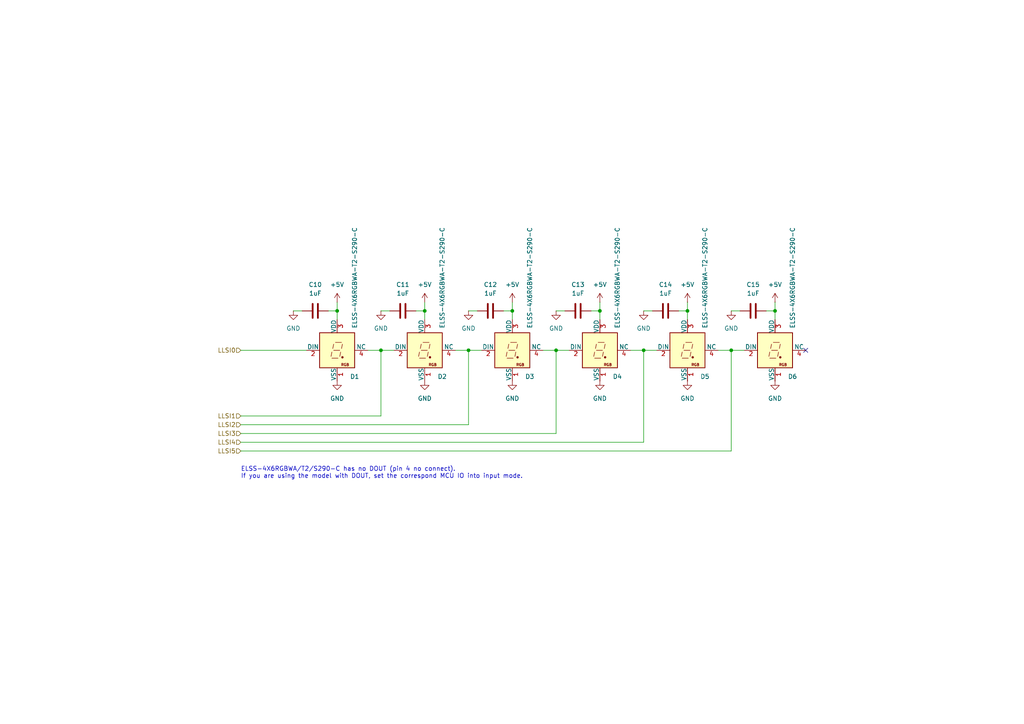
<source format=kicad_sch>
(kicad_sch
	(version 20231120)
	(generator "eeschema")
	(generator_version "8.0")
	(uuid "61dfc1e3-8804-4dc1-a7f0-f449bb616878")
	(paper "A4")
	(title_block
		(title "Nuvoton NUC1263 LLSI clock.")
		(date "2025-03-21")
		(rev "1.0")
		(company "DANCHOUZHOU")
		(comment 1 "Copyright © Danny Chou, all rights reserved.")
		(comment 2 "https://github.com/danchouzhou/LLSIClock")
	)
	(lib_symbols
		(symbol "Device:C"
			(pin_numbers hide)
			(pin_names
				(offset 0.254)
			)
			(exclude_from_sim no)
			(in_bom yes)
			(on_board yes)
			(property "Reference" "C"
				(at 0.635 2.54 0)
				(effects
					(font
						(size 1.27 1.27)
					)
					(justify left)
				)
			)
			(property "Value" "C"
				(at 0.635 -2.54 0)
				(effects
					(font
						(size 1.27 1.27)
					)
					(justify left)
				)
			)
			(property "Footprint" ""
				(at 0.9652 -3.81 0)
				(effects
					(font
						(size 1.27 1.27)
					)
					(hide yes)
				)
			)
			(property "Datasheet" "~"
				(at 0 0 0)
				(effects
					(font
						(size 1.27 1.27)
					)
					(hide yes)
				)
			)
			(property "Description" "Unpolarized capacitor"
				(at 0 0 0)
				(effects
					(font
						(size 1.27 1.27)
					)
					(hide yes)
				)
			)
			(property "ki_keywords" "cap capacitor"
				(at 0 0 0)
				(effects
					(font
						(size 1.27 1.27)
					)
					(hide yes)
				)
			)
			(property "ki_fp_filters" "C_*"
				(at 0 0 0)
				(effects
					(font
						(size 1.27 1.27)
					)
					(hide yes)
				)
			)
			(symbol "C_0_1"
				(polyline
					(pts
						(xy -2.032 -0.762) (xy 2.032 -0.762)
					)
					(stroke
						(width 0.508)
						(type default)
					)
					(fill
						(type none)
					)
				)
				(polyline
					(pts
						(xy -2.032 0.762) (xy 2.032 0.762)
					)
					(stroke
						(width 0.508)
						(type default)
					)
					(fill
						(type none)
					)
				)
			)
			(symbol "C_1_1"
				(pin passive line
					(at 0 3.81 270)
					(length 2.794)
					(name "~"
						(effects
							(font
								(size 1.27 1.27)
							)
						)
					)
					(number "1"
						(effects
							(font
								(size 1.27 1.27)
							)
						)
					)
				)
				(pin passive line
					(at 0 -3.81 90)
					(length 2.794)
					(name "~"
						(effects
							(font
								(size 1.27 1.27)
							)
						)
					)
					(number "2"
						(effects
							(font
								(size 1.27 1.27)
							)
						)
					)
				)
			)
		)
		(symbol "ELSS-4X6RGBWA-T2-S290-C:ELSS-4X6RGBWA-T2-S290-C"
			(pin_names
				(offset 0)
			)
			(exclude_from_sim no)
			(in_bom yes)
			(on_board yes)
			(property "Reference" "D"
				(at 2.54 8.89 0)
				(effects
					(font
						(size 1.27 1.27)
					)
					(justify left)
				)
			)
			(property "Value" "ELSS-4X6RGBWA-T2-S290-C"
				(at 2.54 6.35 0)
				(effects
					(font
						(size 1.27 1.27)
					)
					(justify left)
				)
			)
			(property "Footprint" ""
				(at 1.27 -7.62 0)
				(effects
					(font
						(size 1.27 1.27)
					)
					(justify left top)
					(hide yes)
				)
			)
			(property "Datasheet" ""
				(at 2.54 -9.525 0)
				(effects
					(font
						(size 1.27 1.27)
					)
					(justify left top)
					(hide yes)
				)
			)
			(property "Description" ""
				(at 0 0 0)
				(effects
					(font
						(size 1.27 1.27)
					)
					(hide yes)
				)
			)
			(property "ki_keywords" "RGB LED NeoPixel addressable"
				(at 0 0 0)
				(effects
					(font
						(size 1.27 1.27)
					)
					(hide yes)
				)
			)
			(property "ki_fp_filters" "LED*IN-PI554FCH*PLCC*5.0x5.0mm*P3.2mm*"
				(at 0 0 0)
				(effects
					(font
						(size 1.27 1.27)
					)
					(hide yes)
				)
			)
			(symbol "ELSS-4X6RGBWA-T2-S290-C_0_0"
				(text "RGB"
					(at 2.286 -4.191 0)
					(effects
						(font
							(size 0.762 0.762)
						)
					)
				)
			)
			(symbol "ELSS-4X6RGBWA-T2-S290-C_0_1"
				(rectangle
					(start -5.08 5.08)
					(end 5.08 -5.08)
					(stroke
						(width 0.254)
						(type default)
					)
					(fill
						(type background)
					)
				)
			)
			(symbol "ELSS-4X6RGBWA-T2-S290-C_1_1"
				(polyline
					(pts
						(xy -1.524 -2.286) (xy 0.254 -2.286)
					)
					(stroke
						(width 0)
						(type default)
					)
					(fill
						(type none)
					)
				)
				(polyline
					(pts
						(xy -1.524 -0.508) (xy -1.778 -1.778)
					)
					(stroke
						(width 0)
						(type default)
					)
					(fill
						(type none)
					)
				)
				(polyline
					(pts
						(xy -1.016 0) (xy 0.762 0)
					)
					(stroke
						(width 0)
						(type default)
					)
					(fill
						(type none)
					)
				)
				(polyline
					(pts
						(xy -1.016 1.778) (xy -1.27 0.508)
					)
					(stroke
						(width 0)
						(type default)
					)
					(fill
						(type none)
					)
				)
				(polyline
					(pts
						(xy -0.508 2.286) (xy 1.27 2.286)
					)
					(stroke
						(width 0)
						(type default)
					)
					(fill
						(type none)
					)
				)
				(polyline
					(pts
						(xy 1.016 -0.508) (xy 0.762 -1.778)
					)
					(stroke
						(width 0)
						(type default)
					)
					(fill
						(type none)
					)
				)
				(polyline
					(pts
						(xy 1.524 1.778) (xy 1.27 0.508)
					)
					(stroke
						(width 0)
						(type default)
					)
					(fill
						(type none)
					)
				)
				(circle
					(center 1.524 -2.032)
					(radius 0.254)
					(stroke
						(width 0)
						(type default)
					)
					(fill
						(type outline)
					)
				)
				(pin power_in line
					(at 0 -8.89 90)
					(length 3.81)
					(name "VSS"
						(effects
							(font
								(size 1.27 1.27)
							)
						)
					)
					(number "1"
						(effects
							(font
								(size 1.27 1.27)
							)
						)
					)
				)
				(pin input line
					(at -8.89 0 0)
					(length 3.81)
					(name "DIN"
						(effects
							(font
								(size 1.27 1.27)
							)
						)
					)
					(number "2"
						(effects
							(font
								(size 1.27 1.27)
							)
						)
					)
				)
				(pin power_in line
					(at 0 8.89 270)
					(length 3.81)
					(name "VDD"
						(effects
							(font
								(size 1.27 1.27)
							)
						)
					)
					(number "3"
						(effects
							(font
								(size 1.27 1.27)
							)
						)
					)
				)
				(pin output line
					(at 8.89 0 180)
					(length 3.81)
					(name "NC"
						(effects
							(font
								(size 1.27 1.27)
							)
						)
					)
					(number "4"
						(effects
							(font
								(size 1.27 1.27)
							)
						)
					)
				)
			)
		)
		(symbol "power:+5V"
			(power)
			(pin_numbers hide)
			(pin_names
				(offset 0) hide)
			(exclude_from_sim no)
			(in_bom yes)
			(on_board yes)
			(property "Reference" "#PWR"
				(at 0 -3.81 0)
				(effects
					(font
						(size 1.27 1.27)
					)
					(hide yes)
				)
			)
			(property "Value" "+5V"
				(at 0 3.556 0)
				(effects
					(font
						(size 1.27 1.27)
					)
				)
			)
			(property "Footprint" ""
				(at 0 0 0)
				(effects
					(font
						(size 1.27 1.27)
					)
					(hide yes)
				)
			)
			(property "Datasheet" ""
				(at 0 0 0)
				(effects
					(font
						(size 1.27 1.27)
					)
					(hide yes)
				)
			)
			(property "Description" "Power symbol creates a global label with name \"+5V\""
				(at 0 0 0)
				(effects
					(font
						(size 1.27 1.27)
					)
					(hide yes)
				)
			)
			(property "ki_keywords" "global power"
				(at 0 0 0)
				(effects
					(font
						(size 1.27 1.27)
					)
					(hide yes)
				)
			)
			(symbol "+5V_0_1"
				(polyline
					(pts
						(xy -0.762 1.27) (xy 0 2.54)
					)
					(stroke
						(width 0)
						(type default)
					)
					(fill
						(type none)
					)
				)
				(polyline
					(pts
						(xy 0 0) (xy 0 2.54)
					)
					(stroke
						(width 0)
						(type default)
					)
					(fill
						(type none)
					)
				)
				(polyline
					(pts
						(xy 0 2.54) (xy 0.762 1.27)
					)
					(stroke
						(width 0)
						(type default)
					)
					(fill
						(type none)
					)
				)
			)
			(symbol "+5V_1_1"
				(pin power_in line
					(at 0 0 90)
					(length 0)
					(name "~"
						(effects
							(font
								(size 1.27 1.27)
							)
						)
					)
					(number "1"
						(effects
							(font
								(size 1.27 1.27)
							)
						)
					)
				)
			)
		)
		(symbol "power:GND"
			(power)
			(pin_numbers hide)
			(pin_names
				(offset 0) hide)
			(exclude_from_sim no)
			(in_bom yes)
			(on_board yes)
			(property "Reference" "#PWR"
				(at 0 -6.35 0)
				(effects
					(font
						(size 1.27 1.27)
					)
					(hide yes)
				)
			)
			(property "Value" "GND"
				(at 0 -3.81 0)
				(effects
					(font
						(size 1.27 1.27)
					)
				)
			)
			(property "Footprint" ""
				(at 0 0 0)
				(effects
					(font
						(size 1.27 1.27)
					)
					(hide yes)
				)
			)
			(property "Datasheet" ""
				(at 0 0 0)
				(effects
					(font
						(size 1.27 1.27)
					)
					(hide yes)
				)
			)
			(property "Description" "Power symbol creates a global label with name \"GND\" , ground"
				(at 0 0 0)
				(effects
					(font
						(size 1.27 1.27)
					)
					(hide yes)
				)
			)
			(property "ki_keywords" "global power"
				(at 0 0 0)
				(effects
					(font
						(size 1.27 1.27)
					)
					(hide yes)
				)
			)
			(symbol "GND_0_1"
				(polyline
					(pts
						(xy 0 0) (xy 0 -1.27) (xy 1.27 -1.27) (xy 0 -2.54) (xy -1.27 -1.27) (xy 0 -1.27)
					)
					(stroke
						(width 0)
						(type default)
					)
					(fill
						(type none)
					)
				)
			)
			(symbol "GND_1_1"
				(pin power_in line
					(at 0 0 270)
					(length 0)
					(name "~"
						(effects
							(font
								(size 1.27 1.27)
							)
						)
					)
					(number "1"
						(effects
							(font
								(size 1.27 1.27)
							)
						)
					)
				)
			)
		)
	)
	(junction
		(at 161.29 101.6)
		(diameter 0)
		(color 0 0 0 0)
		(uuid "0111c199-678f-4cd0-9c1e-05ee4063dfca")
	)
	(junction
		(at 135.89 101.6)
		(diameter 0)
		(color 0 0 0 0)
		(uuid "0a644097-db08-470f-bb5f-9fff02b3d5a6")
	)
	(junction
		(at 173.99 90.17)
		(diameter 0)
		(color 0 0 0 0)
		(uuid "1d1ad6dc-e896-404a-8fe8-14e24d655e7e")
	)
	(junction
		(at 97.79 90.17)
		(diameter 0)
		(color 0 0 0 0)
		(uuid "25fc019f-6cd7-4fd1-adc9-9626b8a9bcc0")
	)
	(junction
		(at 110.49 101.6)
		(diameter 0)
		(color 0 0 0 0)
		(uuid "33f93974-9bd2-4ff5-8226-9f3c29d3ea19")
	)
	(junction
		(at 186.69 101.6)
		(diameter 0)
		(color 0 0 0 0)
		(uuid "420cde53-dde4-4cf9-89a8-70c7d6ffe361")
	)
	(junction
		(at 199.39 90.17)
		(diameter 0)
		(color 0 0 0 0)
		(uuid "65b6629b-3585-476d-b530-8cdc21ae6a71")
	)
	(junction
		(at 148.59 90.17)
		(diameter 0)
		(color 0 0 0 0)
		(uuid "6fde8c25-ab22-4507-9672-d236c099a669")
	)
	(junction
		(at 224.79 90.17)
		(diameter 0)
		(color 0 0 0 0)
		(uuid "736475ed-8d09-43ce-8cd5-beedc869245f")
	)
	(junction
		(at 123.19 90.17)
		(diameter 0)
		(color 0 0 0 0)
		(uuid "d90942d5-fdb5-43e4-8d40-29a3e7b16dcd")
	)
	(junction
		(at 212.09 101.6)
		(diameter 0)
		(color 0 0 0 0)
		(uuid "f05fe4f3-b281-4c35-8700-125b22188275")
	)
	(no_connect
		(at 233.68 101.6)
		(uuid "ffb01698-903b-4635-9a4e-0f0064483dfa")
	)
	(wire
		(pts
			(xy 95.25 90.17) (xy 97.79 90.17)
		)
		(stroke
			(width 0)
			(type default)
		)
		(uuid "01874194-dbed-4aac-a5bb-eaafa26f78e4")
	)
	(wire
		(pts
			(xy 146.05 90.17) (xy 148.59 90.17)
		)
		(stroke
			(width 0)
			(type default)
		)
		(uuid "01ff0efa-28c4-48e3-89b0-7d4cd8e2162d")
	)
	(wire
		(pts
			(xy 157.48 101.6) (xy 161.29 101.6)
		)
		(stroke
			(width 0)
			(type default)
		)
		(uuid "0262e6d4-4de0-4146-a75a-4b8cba8f03be")
	)
	(wire
		(pts
			(xy 135.89 123.19) (xy 135.89 101.6)
		)
		(stroke
			(width 0)
			(type default)
		)
		(uuid "03220e27-5d15-4d5b-b6c6-d31edd9243de")
	)
	(wire
		(pts
			(xy 69.85 130.81) (xy 212.09 130.81)
		)
		(stroke
			(width 0)
			(type default)
		)
		(uuid "045529f2-8620-4e10-a825-42b64a0767bd")
	)
	(wire
		(pts
			(xy 173.99 87.63) (xy 173.99 90.17)
		)
		(stroke
			(width 0)
			(type default)
		)
		(uuid "062e8c8c-704b-4f9c-96ae-dad788ca3a45")
	)
	(wire
		(pts
			(xy 123.19 90.17) (xy 123.19 92.71)
		)
		(stroke
			(width 0)
			(type default)
		)
		(uuid "06adf89e-d7f4-49fb-abea-48344fa226b3")
	)
	(wire
		(pts
			(xy 173.99 90.17) (xy 173.99 92.71)
		)
		(stroke
			(width 0)
			(type default)
		)
		(uuid "0dd8464e-c712-4cda-9df3-c6bfffe7858c")
	)
	(wire
		(pts
			(xy 161.29 90.17) (xy 163.83 90.17)
		)
		(stroke
			(width 0)
			(type default)
		)
		(uuid "0df12125-c1fc-4f1d-9ad7-7eda0904b86c")
	)
	(wire
		(pts
			(xy 224.79 87.63) (xy 224.79 90.17)
		)
		(stroke
			(width 0)
			(type default)
		)
		(uuid "19fe7689-affd-4027-b74f-ff44669b46ba")
	)
	(wire
		(pts
			(xy 222.25 90.17) (xy 224.79 90.17)
		)
		(stroke
			(width 0)
			(type default)
		)
		(uuid "1ae58f6d-d838-4014-a758-d9bb4c7d65cd")
	)
	(wire
		(pts
			(xy 212.09 130.81) (xy 212.09 101.6)
		)
		(stroke
			(width 0)
			(type default)
		)
		(uuid "204301c2-ec3d-4237-a2a1-20ae220e6c9e")
	)
	(wire
		(pts
			(xy 110.49 101.6) (xy 114.3 101.6)
		)
		(stroke
			(width 0)
			(type default)
		)
		(uuid "2c4936fb-afa6-4555-9ed5-51982f0eb6e5")
	)
	(wire
		(pts
			(xy 123.19 87.63) (xy 123.19 90.17)
		)
		(stroke
			(width 0)
			(type default)
		)
		(uuid "2ca6d972-8a0b-46d7-8c82-cc59d18afc09")
	)
	(wire
		(pts
			(xy 186.69 101.6) (xy 190.5 101.6)
		)
		(stroke
			(width 0)
			(type default)
		)
		(uuid "33a2b691-e0f4-4bdb-9bc1-a6a67ec84519")
	)
	(wire
		(pts
			(xy 208.28 101.6) (xy 212.09 101.6)
		)
		(stroke
			(width 0)
			(type default)
		)
		(uuid "38ae9f7e-35e7-44ab-a4bf-db0560bafb14")
	)
	(wire
		(pts
			(xy 186.69 128.27) (xy 186.69 101.6)
		)
		(stroke
			(width 0)
			(type default)
		)
		(uuid "3c4a808b-44c5-49d6-b892-edba6a91a9ba")
	)
	(wire
		(pts
			(xy 135.89 101.6) (xy 139.7 101.6)
		)
		(stroke
			(width 0)
			(type default)
		)
		(uuid "421336ee-8f6b-48c5-8838-640977b10a3b")
	)
	(wire
		(pts
			(xy 120.65 90.17) (xy 123.19 90.17)
		)
		(stroke
			(width 0)
			(type default)
		)
		(uuid "44d05c7d-edd5-408f-b6b7-8e90dfed8f6a")
	)
	(wire
		(pts
			(xy 186.69 90.17) (xy 189.23 90.17)
		)
		(stroke
			(width 0)
			(type default)
		)
		(uuid "4a0f42ef-059c-41a9-a1e9-6b922073c4d3")
	)
	(wire
		(pts
			(xy 69.85 101.6) (xy 88.9 101.6)
		)
		(stroke
			(width 0)
			(type default)
		)
		(uuid "4f64f3f9-598c-4c6a-9e51-c315f71adc22")
	)
	(wire
		(pts
			(xy 196.85 90.17) (xy 199.39 90.17)
		)
		(stroke
			(width 0)
			(type default)
		)
		(uuid "59f715a6-1bc9-4d32-943a-c5805af5a58a")
	)
	(wire
		(pts
			(xy 97.79 90.17) (xy 97.79 92.71)
		)
		(stroke
			(width 0)
			(type default)
		)
		(uuid "5a5ee21d-223c-4289-9e3c-c4ab75f0c57a")
	)
	(wire
		(pts
			(xy 85.09 90.17) (xy 87.63 90.17)
		)
		(stroke
			(width 0)
			(type default)
		)
		(uuid "60ad832b-c087-431d-b0c8-c37ebc0fdf8c")
	)
	(wire
		(pts
			(xy 224.79 90.17) (xy 224.79 92.71)
		)
		(stroke
			(width 0)
			(type default)
		)
		(uuid "60f3506d-9cd3-42f6-a0c4-65d87a35613c")
	)
	(wire
		(pts
			(xy 148.59 90.17) (xy 148.59 92.71)
		)
		(stroke
			(width 0)
			(type default)
		)
		(uuid "6a5b820b-4739-4fb5-beb1-0b1dff7176da")
	)
	(wire
		(pts
			(xy 148.59 87.63) (xy 148.59 90.17)
		)
		(stroke
			(width 0)
			(type default)
		)
		(uuid "6d40088a-c8a6-4b97-a64a-ce94fee50019")
	)
	(wire
		(pts
			(xy 132.08 101.6) (xy 135.89 101.6)
		)
		(stroke
			(width 0)
			(type default)
		)
		(uuid "716d99f5-d3aa-44eb-9fa8-af3044274efe")
	)
	(wire
		(pts
			(xy 135.89 90.17) (xy 138.43 90.17)
		)
		(stroke
			(width 0)
			(type default)
		)
		(uuid "804d9aaa-7bb8-4fdd-9f8f-4be54aa19f24")
	)
	(wire
		(pts
			(xy 212.09 90.17) (xy 214.63 90.17)
		)
		(stroke
			(width 0)
			(type default)
		)
		(uuid "81c37437-4fd1-4d1c-8c26-5337a113409e")
	)
	(wire
		(pts
			(xy 69.85 128.27) (xy 186.69 128.27)
		)
		(stroke
			(width 0)
			(type default)
		)
		(uuid "84339b9a-077a-4c3a-ab9b-3be48fefc09b")
	)
	(wire
		(pts
			(xy 106.68 101.6) (xy 110.49 101.6)
		)
		(stroke
			(width 0)
			(type default)
		)
		(uuid "854148c0-ab74-4f52-908e-fb358c077781")
	)
	(wire
		(pts
			(xy 171.45 90.17) (xy 173.99 90.17)
		)
		(stroke
			(width 0)
			(type default)
		)
		(uuid "8ab4521a-c620-40b0-94d5-9d1f18ac1e3a")
	)
	(wire
		(pts
			(xy 212.09 101.6) (xy 215.9 101.6)
		)
		(stroke
			(width 0)
			(type default)
		)
		(uuid "8b0eddd2-1009-41e3-be77-75b0dc3ab4ed")
	)
	(wire
		(pts
			(xy 199.39 87.63) (xy 199.39 90.17)
		)
		(stroke
			(width 0)
			(type default)
		)
		(uuid "8c4ee51e-2ccd-49c0-917b-5805f05a4bee")
	)
	(wire
		(pts
			(xy 161.29 125.73) (xy 161.29 101.6)
		)
		(stroke
			(width 0)
			(type default)
		)
		(uuid "9c1c7aa9-bb05-44fe-b071-fa54ce4c97c0")
	)
	(wire
		(pts
			(xy 69.85 123.19) (xy 135.89 123.19)
		)
		(stroke
			(width 0)
			(type default)
		)
		(uuid "a35c50f6-3a63-4cff-bdf2-8c8d7e543be7")
	)
	(wire
		(pts
			(xy 110.49 90.17) (xy 113.03 90.17)
		)
		(stroke
			(width 0)
			(type default)
		)
		(uuid "a84d091e-b1ae-4811-a3b3-d51251fb9b00")
	)
	(wire
		(pts
			(xy 199.39 90.17) (xy 199.39 92.71)
		)
		(stroke
			(width 0)
			(type default)
		)
		(uuid "b22e07d4-3287-4887-ae58-fc7aabdecc42")
	)
	(wire
		(pts
			(xy 161.29 101.6) (xy 165.1 101.6)
		)
		(stroke
			(width 0)
			(type default)
		)
		(uuid "b4492798-84ee-4251-9461-2c9ac079db67")
	)
	(wire
		(pts
			(xy 69.85 120.65) (xy 110.49 120.65)
		)
		(stroke
			(width 0)
			(type default)
		)
		(uuid "b4a3115a-e52a-46a4-9c52-653f6772376e")
	)
	(wire
		(pts
			(xy 69.85 125.73) (xy 161.29 125.73)
		)
		(stroke
			(width 0)
			(type default)
		)
		(uuid "c92f7253-f647-42aa-b537-d205451ed0e8")
	)
	(wire
		(pts
			(xy 110.49 120.65) (xy 110.49 101.6)
		)
		(stroke
			(width 0)
			(type default)
		)
		(uuid "d171b869-ee3f-4531-bf23-98f7ea43c396")
	)
	(wire
		(pts
			(xy 97.79 87.63) (xy 97.79 90.17)
		)
		(stroke
			(width 0)
			(type default)
		)
		(uuid "e2dcd772-d39e-4dae-baed-ec9a0d9b3b93")
	)
	(wire
		(pts
			(xy 182.88 101.6) (xy 186.69 101.6)
		)
		(stroke
			(width 0)
			(type default)
		)
		(uuid "e7b95a22-e082-4b2e-ab45-b9a2cefd70d0")
	)
	(text "ELSS-4X6RGBWA/T2/S290-C has no DOUT (pin 4 no connect).\nIf you are using the model with DOUT, set the correspond MCU IO into input mode."
		(exclude_from_sim no)
		(at 69.85 137.16 0)
		(effects
			(font
				(size 1.27 1.27)
			)
			(justify left)
		)
		(uuid "75a9a34d-5d7d-4eba-b98c-f02e11b3cab1")
	)
	(hierarchical_label "LLSI3"
		(shape input)
		(at 69.85 125.73 180)
		(effects
			(font
				(size 1.27 1.27)
			)
			(justify right)
		)
		(uuid "414c387e-3ddd-49c2-a603-bda47d6cffb4")
	)
	(hierarchical_label "LLSI5"
		(shape input)
		(at 69.85 130.81 180)
		(effects
			(font
				(size 1.27 1.27)
			)
			(justify right)
		)
		(uuid "44e2c0b9-bc97-4c02-8465-7624e9bf9a9a")
	)
	(hierarchical_label "LLSI1"
		(shape input)
		(at 69.85 120.65 180)
		(effects
			(font
				(size 1.27 1.27)
			)
			(justify right)
		)
		(uuid "65a3a07f-b243-4607-85a0-2db127227f72")
	)
	(hierarchical_label "LLSI2"
		(shape input)
		(at 69.85 123.19 180)
		(effects
			(font
				(size 1.27 1.27)
			)
			(justify right)
		)
		(uuid "8fd2d21a-0ca4-4da6-91d2-747724b01b76")
	)
	(hierarchical_label "LLSI0"
		(shape input)
		(at 69.85 101.6 180)
		(effects
			(font
				(size 1.27 1.27)
			)
			(justify right)
		)
		(uuid "a8fc39fb-3643-433b-aa64-0a1b2ff4715d")
	)
	(hierarchical_label "LLSI4"
		(shape input)
		(at 69.85 128.27 180)
		(effects
			(font
				(size 1.27 1.27)
			)
			(justify right)
		)
		(uuid "bb371a7d-d432-477d-89e6-e968ddd752ea")
	)
	(symbol
		(lib_id "power:GND")
		(at 135.89 90.17 0)
		(unit 1)
		(exclude_from_sim no)
		(in_bom yes)
		(on_board yes)
		(dnp no)
		(fields_autoplaced yes)
		(uuid "047bb734-a67b-4afc-a395-4aed8532f56f")
		(property "Reference" "#PWR28"
			(at 135.89 96.52 0)
			(effects
				(font
					(size 1.27 1.27)
				)
				(hide yes)
			)
		)
		(property "Value" "GND"
			(at 135.89 95.25 0)
			(effects
				(font
					(size 1.27 1.27)
				)
			)
		)
		(property "Footprint" ""
			(at 135.89 90.17 0)
			(effects
				(font
					(size 1.27 1.27)
				)
				(hide yes)
			)
		)
		(property "Datasheet" ""
			(at 135.89 90.17 0)
			(effects
				(font
					(size 1.27 1.27)
				)
				(hide yes)
			)
		)
		(property "Description" "Power symbol creates a global label with name \"GND\" , ground"
			(at 135.89 90.17 0)
			(effects
				(font
					(size 1.27 1.27)
				)
				(hide yes)
			)
		)
		(pin "1"
			(uuid "9337835c-c207-4788-9af8-fc6e187035d7")
		)
		(instances
			(project "LLSIClock"
				(path "/dee024b0-ad7b-404a-8e7d-4d3093bb2ca0/016e026d-6bff-4f79-8397-4786f87c07c5"
					(reference "#PWR28")
					(unit 1)
				)
			)
		)
	)
	(symbol
		(lib_id "power:GND")
		(at 212.09 90.17 0)
		(unit 1)
		(exclude_from_sim no)
		(in_bom yes)
		(on_board yes)
		(dnp no)
		(fields_autoplaced yes)
		(uuid "0d75f60e-3b03-42fd-a765-b40d7468c2e6")
		(property "Reference" "#PWR37"
			(at 212.09 96.52 0)
			(effects
				(font
					(size 1.27 1.27)
				)
				(hide yes)
			)
		)
		(property "Value" "GND"
			(at 212.09 95.25 0)
			(effects
				(font
					(size 1.27 1.27)
				)
			)
		)
		(property "Footprint" ""
			(at 212.09 90.17 0)
			(effects
				(font
					(size 1.27 1.27)
				)
				(hide yes)
			)
		)
		(property "Datasheet" ""
			(at 212.09 90.17 0)
			(effects
				(font
					(size 1.27 1.27)
				)
				(hide yes)
			)
		)
		(property "Description" "Power symbol creates a global label with name \"GND\" , ground"
			(at 212.09 90.17 0)
			(effects
				(font
					(size 1.27 1.27)
				)
				(hide yes)
			)
		)
		(pin "1"
			(uuid "03de225f-ef99-4a58-b3c8-9b48ad2f68b9")
		)
		(instances
			(project "LLSIClock"
				(path "/dee024b0-ad7b-404a-8e7d-4d3093bb2ca0/016e026d-6bff-4f79-8397-4786f87c07c5"
					(reference "#PWR37")
					(unit 1)
				)
			)
		)
	)
	(symbol
		(lib_id "power:GND")
		(at 97.79 110.49 0)
		(unit 1)
		(exclude_from_sim no)
		(in_bom yes)
		(on_board yes)
		(dnp no)
		(fields_autoplaced yes)
		(uuid "141fe7e5-bc75-4083-a780-c6e520bda19c")
		(property "Reference" "#PWR24"
			(at 97.79 116.84 0)
			(effects
				(font
					(size 1.27 1.27)
				)
				(hide yes)
			)
		)
		(property "Value" "GND"
			(at 97.79 115.57 0)
			(effects
				(font
					(size 1.27 1.27)
				)
			)
		)
		(property "Footprint" ""
			(at 97.79 110.49 0)
			(effects
				(font
					(size 1.27 1.27)
				)
				(hide yes)
			)
		)
		(property "Datasheet" ""
			(at 97.79 110.49 0)
			(effects
				(font
					(size 1.27 1.27)
				)
				(hide yes)
			)
		)
		(property "Description" "Power symbol creates a global label with name \"GND\" , ground"
			(at 97.79 110.49 0)
			(effects
				(font
					(size 1.27 1.27)
				)
				(hide yes)
			)
		)
		(pin "1"
			(uuid "e2145947-d6f7-4fd5-9d53-629cc7a5024b")
		)
		(instances
			(project "LLSIClock"
				(path "/dee024b0-ad7b-404a-8e7d-4d3093bb2ca0/016e026d-6bff-4f79-8397-4786f87c07c5"
					(reference "#PWR24")
					(unit 1)
				)
			)
		)
	)
	(symbol
		(lib_id "power:+5V")
		(at 199.39 87.63 0)
		(unit 1)
		(exclude_from_sim no)
		(in_bom yes)
		(on_board yes)
		(dnp no)
		(fields_autoplaced yes)
		(uuid "2715987b-9411-496a-bd59-b7112877056c")
		(property "Reference" "#PWR35"
			(at 199.39 91.44 0)
			(effects
				(font
					(size 1.27 1.27)
				)
				(hide yes)
			)
		)
		(property "Value" "+5V"
			(at 199.39 82.55 0)
			(effects
				(font
					(size 1.27 1.27)
				)
			)
		)
		(property "Footprint" ""
			(at 199.39 87.63 0)
			(effects
				(font
					(size 1.27 1.27)
				)
				(hide yes)
			)
		)
		(property "Datasheet" ""
			(at 199.39 87.63 0)
			(effects
				(font
					(size 1.27 1.27)
				)
				(hide yes)
			)
		)
		(property "Description" "Power symbol creates a global label with name \"+5V\""
			(at 199.39 87.63 0)
			(effects
				(font
					(size 1.27 1.27)
				)
				(hide yes)
			)
		)
		(pin "1"
			(uuid "32bebbcb-8b63-4935-92f9-4811564859ae")
		)
		(instances
			(project "LLSIClock"
				(path "/dee024b0-ad7b-404a-8e7d-4d3093bb2ca0/016e026d-6bff-4f79-8397-4786f87c07c5"
					(reference "#PWR35")
					(unit 1)
				)
			)
		)
	)
	(symbol
		(lib_id "Device:C")
		(at 193.04 90.17 90)
		(unit 1)
		(exclude_from_sim no)
		(in_bom yes)
		(on_board yes)
		(dnp no)
		(fields_autoplaced yes)
		(uuid "2c150da7-755c-401a-ba1f-7ab602d2651c")
		(property "Reference" "C14"
			(at 193.04 82.55 90)
			(effects
				(font
					(size 1.27 1.27)
				)
			)
		)
		(property "Value" "1uF"
			(at 193.04 85.09 90)
			(effects
				(font
					(size 1.27 1.27)
				)
			)
		)
		(property "Footprint" "Capacitor_SMD:C_0805_2012Metric"
			(at 196.85 89.2048 0)
			(effects
				(font
					(size 1.27 1.27)
				)
				(hide yes)
			)
		)
		(property "Datasheet" "~"
			(at 193.04 90.17 0)
			(effects
				(font
					(size 1.27 1.27)
				)
				(hide yes)
			)
		)
		(property "Description" "Unpolarized capacitor"
			(at 193.04 90.17 0)
			(effects
				(font
					(size 1.27 1.27)
				)
				(hide yes)
			)
		)
		(pin "2"
			(uuid "6cd53b34-6584-49fd-bc82-aad6947552a0")
		)
		(pin "1"
			(uuid "5fd87898-2117-481b-89f2-506cc3fb2b92")
		)
		(instances
			(project "LLSIClock"
				(path "/dee024b0-ad7b-404a-8e7d-4d3093bb2ca0/016e026d-6bff-4f79-8397-4786f87c07c5"
					(reference "C14")
					(unit 1)
				)
			)
		)
	)
	(symbol
		(lib_id "ELSS-4X6RGBWA-T2-S290-C:ELSS-4X6RGBWA-T2-S290-C")
		(at 148.59 101.6 0)
		(unit 1)
		(exclude_from_sim no)
		(in_bom yes)
		(on_board yes)
		(dnp no)
		(uuid "2d4aaa97-a0a1-424a-b29e-5c60aad136a3")
		(property "Reference" "D3"
			(at 153.67 109.22 0)
			(effects
				(font
					(size 1.27 1.27)
				)
			)
		)
		(property "Value" "ELSS-4X6RGBWA-T2-S290-C"
			(at 153.67 95.25 90)
			(effects
				(font
					(size 1.27 1.27)
				)
				(justify left)
			)
		)
		(property "Footprint" "kicad:ELSS-4X6RGBWA-T2-S290-C"
			(at 149.86 109.22 0)
			(effects
				(font
					(size 1.27 1.27)
				)
				(justify left top)
				(hide yes)
			)
		)
		(property "Datasheet" ""
			(at 151.13 111.125 0)
			(effects
				(font
					(size 1.27 1.27)
				)
				(justify left top)
				(hide yes)
			)
		)
		(property "Description" ""
			(at 148.59 101.6 0)
			(effects
				(font
					(size 1.27 1.27)
				)
				(hide yes)
			)
		)
		(pin "1"
			(uuid "63306d36-0795-440a-ae0e-833adee80660")
		)
		(pin "4"
			(uuid "ca6ba074-01fd-4158-8bf0-eafa5d7cdbf1")
		)
		(pin "3"
			(uuid "cd092631-4cda-4a9c-afc8-f2d5d9fd42cd")
		)
		(pin "2"
			(uuid "33380e56-d48d-411c-8465-e5270f0e2a15")
		)
		(instances
			(project "LLSIClock"
				(path "/dee024b0-ad7b-404a-8e7d-4d3093bb2ca0/016e026d-6bff-4f79-8397-4786f87c07c5"
					(reference "D3")
					(unit 1)
				)
			)
		)
	)
	(symbol
		(lib_id "power:GND")
		(at 186.69 90.17 0)
		(unit 1)
		(exclude_from_sim no)
		(in_bom yes)
		(on_board yes)
		(dnp no)
		(fields_autoplaced yes)
		(uuid "40f7d041-1dc0-4fac-a161-71d9f0780484")
		(property "Reference" "#PWR34"
			(at 186.69 96.52 0)
			(effects
				(font
					(size 1.27 1.27)
				)
				(hide yes)
			)
		)
		(property "Value" "GND"
			(at 186.69 95.25 0)
			(effects
				(font
					(size 1.27 1.27)
				)
			)
		)
		(property "Footprint" ""
			(at 186.69 90.17 0)
			(effects
				(font
					(size 1.27 1.27)
				)
				(hide yes)
			)
		)
		(property "Datasheet" ""
			(at 186.69 90.17 0)
			(effects
				(font
					(size 1.27 1.27)
				)
				(hide yes)
			)
		)
		(property "Description" "Power symbol creates a global label with name \"GND\" , ground"
			(at 186.69 90.17 0)
			(effects
				(font
					(size 1.27 1.27)
				)
				(hide yes)
			)
		)
		(pin "1"
			(uuid "2158b550-cb7a-4374-be93-8850fb047599")
		)
		(instances
			(project "LLSIClock"
				(path "/dee024b0-ad7b-404a-8e7d-4d3093bb2ca0/016e026d-6bff-4f79-8397-4786f87c07c5"
					(reference "#PWR34")
					(unit 1)
				)
			)
		)
	)
	(symbol
		(lib_id "power:GND")
		(at 224.79 110.49 0)
		(unit 1)
		(exclude_from_sim no)
		(in_bom yes)
		(on_board yes)
		(dnp no)
		(fields_autoplaced yes)
		(uuid "430ba1f6-7985-4daa-a7e4-9357069208e1")
		(property "Reference" "#PWR39"
			(at 224.79 116.84 0)
			(effects
				(font
					(size 1.27 1.27)
				)
				(hide yes)
			)
		)
		(property "Value" "GND"
			(at 224.79 115.57 0)
			(effects
				(font
					(size 1.27 1.27)
				)
			)
		)
		(property "Footprint" ""
			(at 224.79 110.49 0)
			(effects
				(font
					(size 1.27 1.27)
				)
				(hide yes)
			)
		)
		(property "Datasheet" ""
			(at 224.79 110.49 0)
			(effects
				(font
					(size 1.27 1.27)
				)
				(hide yes)
			)
		)
		(property "Description" "Power symbol creates a global label with name \"GND\" , ground"
			(at 224.79 110.49 0)
			(effects
				(font
					(size 1.27 1.27)
				)
				(hide yes)
			)
		)
		(pin "1"
			(uuid "a3ba4885-a3a2-47fd-a4ba-6f293ec3df9c")
		)
		(instances
			(project "LLSIClock"
				(path "/dee024b0-ad7b-404a-8e7d-4d3093bb2ca0/016e026d-6bff-4f79-8397-4786f87c07c5"
					(reference "#PWR39")
					(unit 1)
				)
			)
		)
	)
	(symbol
		(lib_id "Device:C")
		(at 116.84 90.17 90)
		(unit 1)
		(exclude_from_sim no)
		(in_bom yes)
		(on_board yes)
		(dnp no)
		(fields_autoplaced yes)
		(uuid "4ebcbbab-a8c3-47f6-8e2f-05930f91ddae")
		(property "Reference" "C11"
			(at 116.84 82.55 90)
			(effects
				(font
					(size 1.27 1.27)
				)
			)
		)
		(property "Value" "1uF"
			(at 116.84 85.09 90)
			(effects
				(font
					(size 1.27 1.27)
				)
			)
		)
		(property "Footprint" "Capacitor_SMD:C_0805_2012Metric"
			(at 120.65 89.2048 0)
			(effects
				(font
					(size 1.27 1.27)
				)
				(hide yes)
			)
		)
		(property "Datasheet" "~"
			(at 116.84 90.17 0)
			(effects
				(font
					(size 1.27 1.27)
				)
				(hide yes)
			)
		)
		(property "Description" "Unpolarized capacitor"
			(at 116.84 90.17 0)
			(effects
				(font
					(size 1.27 1.27)
				)
				(hide yes)
			)
		)
		(pin "2"
			(uuid "3e85bfb8-e529-4590-9e24-b2b5760464c9")
		)
		(pin "1"
			(uuid "dd215c58-e800-4526-9de5-770d2f989cc9")
		)
		(instances
			(project "LLSIClock"
				(path "/dee024b0-ad7b-404a-8e7d-4d3093bb2ca0/016e026d-6bff-4f79-8397-4786f87c07c5"
					(reference "C11")
					(unit 1)
				)
			)
		)
	)
	(symbol
		(lib_id "Device:C")
		(at 142.24 90.17 90)
		(unit 1)
		(exclude_from_sim no)
		(in_bom yes)
		(on_board yes)
		(dnp no)
		(fields_autoplaced yes)
		(uuid "531aa18f-7f62-4496-9d2a-e096b44ca8f4")
		(property "Reference" "C12"
			(at 142.24 82.55 90)
			(effects
				(font
					(size 1.27 1.27)
				)
			)
		)
		(property "Value" "1uF"
			(at 142.24 85.09 90)
			(effects
				(font
					(size 1.27 1.27)
				)
			)
		)
		(property "Footprint" "Capacitor_SMD:C_0805_2012Metric"
			(at 146.05 89.2048 0)
			(effects
				(font
					(size 1.27 1.27)
				)
				(hide yes)
			)
		)
		(property "Datasheet" "~"
			(at 142.24 90.17 0)
			(effects
				(font
					(size 1.27 1.27)
				)
				(hide yes)
			)
		)
		(property "Description" "Unpolarized capacitor"
			(at 142.24 90.17 0)
			(effects
				(font
					(size 1.27 1.27)
				)
				(hide yes)
			)
		)
		(pin "2"
			(uuid "98b99f21-1787-4d75-afb2-11b6f5f1925c")
		)
		(pin "1"
			(uuid "e9735348-5584-440d-a759-f2e8eb6d1a6b")
		)
		(instances
			(project "LLSIClock"
				(path "/dee024b0-ad7b-404a-8e7d-4d3093bb2ca0/016e026d-6bff-4f79-8397-4786f87c07c5"
					(reference "C12")
					(unit 1)
				)
			)
		)
	)
	(symbol
		(lib_id "power:GND")
		(at 123.19 110.49 0)
		(unit 1)
		(exclude_from_sim no)
		(in_bom yes)
		(on_board yes)
		(dnp no)
		(fields_autoplaced yes)
		(uuid "55ecc45a-ccfd-4392-96fe-b913c14ad4a8")
		(property "Reference" "#PWR27"
			(at 123.19 116.84 0)
			(effects
				(font
					(size 1.27 1.27)
				)
				(hide yes)
			)
		)
		(property "Value" "GND"
			(at 123.19 115.57 0)
			(effects
				(font
					(size 1.27 1.27)
				)
			)
		)
		(property "Footprint" ""
			(at 123.19 110.49 0)
			(effects
				(font
					(size 1.27 1.27)
				)
				(hide yes)
			)
		)
		(property "Datasheet" ""
			(at 123.19 110.49 0)
			(effects
				(font
					(size 1.27 1.27)
				)
				(hide yes)
			)
		)
		(property "Description" "Power symbol creates a global label with name \"GND\" , ground"
			(at 123.19 110.49 0)
			(effects
				(font
					(size 1.27 1.27)
				)
				(hide yes)
			)
		)
		(pin "1"
			(uuid "e8786b54-4cfa-423f-ab26-f267832ccab7")
		)
		(instances
			(project "LLSIClock"
				(path "/dee024b0-ad7b-404a-8e7d-4d3093bb2ca0/016e026d-6bff-4f79-8397-4786f87c07c5"
					(reference "#PWR27")
					(unit 1)
				)
			)
		)
	)
	(symbol
		(lib_id "power:GND")
		(at 148.59 110.49 0)
		(unit 1)
		(exclude_from_sim no)
		(in_bom yes)
		(on_board yes)
		(dnp no)
		(fields_autoplaced yes)
		(uuid "5a7f2ab5-028a-4cf6-88b2-252de6959185")
		(property "Reference" "#PWR30"
			(at 148.59 116.84 0)
			(effects
				(font
					(size 1.27 1.27)
				)
				(hide yes)
			)
		)
		(property "Value" "GND"
			(at 148.59 115.57 0)
			(effects
				(font
					(size 1.27 1.27)
				)
			)
		)
		(property "Footprint" ""
			(at 148.59 110.49 0)
			(effects
				(font
					(size 1.27 1.27)
				)
				(hide yes)
			)
		)
		(property "Datasheet" ""
			(at 148.59 110.49 0)
			(effects
				(font
					(size 1.27 1.27)
				)
				(hide yes)
			)
		)
		(property "Description" "Power symbol creates a global label with name \"GND\" , ground"
			(at 148.59 110.49 0)
			(effects
				(font
					(size 1.27 1.27)
				)
				(hide yes)
			)
		)
		(pin "1"
			(uuid "1b108b93-5942-4992-8d64-2f434e6fa96c")
		)
		(instances
			(project "LLSIClock"
				(path "/dee024b0-ad7b-404a-8e7d-4d3093bb2ca0/016e026d-6bff-4f79-8397-4786f87c07c5"
					(reference "#PWR30")
					(unit 1)
				)
			)
		)
	)
	(symbol
		(lib_id "ELSS-4X6RGBWA-T2-S290-C:ELSS-4X6RGBWA-T2-S290-C")
		(at 123.19 101.6 0)
		(unit 1)
		(exclude_from_sim no)
		(in_bom yes)
		(on_board yes)
		(dnp no)
		(uuid "5d0668b1-0759-42f9-bcc0-994a86f8eafa")
		(property "Reference" "D2"
			(at 128.27 109.22 0)
			(effects
				(font
					(size 1.27 1.27)
				)
			)
		)
		(property "Value" "ELSS-4X6RGBWA-T2-S290-C"
			(at 128.27 95.25 90)
			(effects
				(font
					(size 1.27 1.27)
				)
				(justify left)
			)
		)
		(property "Footprint" "kicad:ELSS-4X6RGBWA-T2-S290-C"
			(at 124.46 109.22 0)
			(effects
				(font
					(size 1.27 1.27)
				)
				(justify left top)
				(hide yes)
			)
		)
		(property "Datasheet" ""
			(at 125.73 111.125 0)
			(effects
				(font
					(size 1.27 1.27)
				)
				(justify left top)
				(hide yes)
			)
		)
		(property "Description" ""
			(at 123.19 101.6 0)
			(effects
				(font
					(size 1.27 1.27)
				)
				(hide yes)
			)
		)
		(pin "1"
			(uuid "449891ae-955e-496a-91c8-f2147384a223")
		)
		(pin "4"
			(uuid "5c2520e5-0d79-4417-8983-c9a2052deb4b")
		)
		(pin "3"
			(uuid "026b7c32-52a3-40a8-a8a2-f8299011cf42")
		)
		(pin "2"
			(uuid "45bc2f7f-430f-404e-8390-353fdd55dd14")
		)
		(instances
			(project "LLSIClock"
				(path "/dee024b0-ad7b-404a-8e7d-4d3093bb2ca0/016e026d-6bff-4f79-8397-4786f87c07c5"
					(reference "D2")
					(unit 1)
				)
			)
		)
	)
	(symbol
		(lib_id "Device:C")
		(at 218.44 90.17 90)
		(unit 1)
		(exclude_from_sim no)
		(in_bom yes)
		(on_board yes)
		(dnp no)
		(fields_autoplaced yes)
		(uuid "696111cc-bcb2-4006-866c-460dbccae97a")
		(property "Reference" "C15"
			(at 218.44 82.55 90)
			(effects
				(font
					(size 1.27 1.27)
				)
			)
		)
		(property "Value" "1uF"
			(at 218.44 85.09 90)
			(effects
				(font
					(size 1.27 1.27)
				)
			)
		)
		(property "Footprint" "Capacitor_SMD:C_0805_2012Metric"
			(at 222.25 89.2048 0)
			(effects
				(font
					(size 1.27 1.27)
				)
				(hide yes)
			)
		)
		(property "Datasheet" "~"
			(at 218.44 90.17 0)
			(effects
				(font
					(size 1.27 1.27)
				)
				(hide yes)
			)
		)
		(property "Description" "Unpolarized capacitor"
			(at 218.44 90.17 0)
			(effects
				(font
					(size 1.27 1.27)
				)
				(hide yes)
			)
		)
		(pin "2"
			(uuid "158cc951-a09d-4fb1-a86c-2104bbbb4eab")
		)
		(pin "1"
			(uuid "2422cf7d-6734-4562-b1a2-d4fc44b82f3f")
		)
		(instances
			(project "LLSIClock"
				(path "/dee024b0-ad7b-404a-8e7d-4d3093bb2ca0/016e026d-6bff-4f79-8397-4786f87c07c5"
					(reference "C15")
					(unit 1)
				)
			)
		)
	)
	(symbol
		(lib_id "power:+5V")
		(at 148.59 87.63 0)
		(unit 1)
		(exclude_from_sim no)
		(in_bom yes)
		(on_board yes)
		(dnp no)
		(fields_autoplaced yes)
		(uuid "6f438df7-85d9-4a05-8ddf-b93996179569")
		(property "Reference" "#PWR29"
			(at 148.59 91.44 0)
			(effects
				(font
					(size 1.27 1.27)
				)
				(hide yes)
			)
		)
		(property "Value" "+5V"
			(at 148.59 82.55 0)
			(effects
				(font
					(size 1.27 1.27)
				)
			)
		)
		(property "Footprint" ""
			(at 148.59 87.63 0)
			(effects
				(font
					(size 1.27 1.27)
				)
				(hide yes)
			)
		)
		(property "Datasheet" ""
			(at 148.59 87.63 0)
			(effects
				(font
					(size 1.27 1.27)
				)
				(hide yes)
			)
		)
		(property "Description" "Power symbol creates a global label with name \"+5V\""
			(at 148.59 87.63 0)
			(effects
				(font
					(size 1.27 1.27)
				)
				(hide yes)
			)
		)
		(pin "1"
			(uuid "87376a57-6838-467c-a942-94ae2b7becd4")
		)
		(instances
			(project "LLSIClock"
				(path "/dee024b0-ad7b-404a-8e7d-4d3093bb2ca0/016e026d-6bff-4f79-8397-4786f87c07c5"
					(reference "#PWR29")
					(unit 1)
				)
			)
		)
	)
	(symbol
		(lib_id "ELSS-4X6RGBWA-T2-S290-C:ELSS-4X6RGBWA-T2-S290-C")
		(at 173.99 101.6 0)
		(unit 1)
		(exclude_from_sim no)
		(in_bom yes)
		(on_board yes)
		(dnp no)
		(uuid "79efea85-f694-43a1-a446-429f5f7ba6ea")
		(property "Reference" "D4"
			(at 179.07 109.22 0)
			(effects
				(font
					(size 1.27 1.27)
				)
			)
		)
		(property "Value" "ELSS-4X6RGBWA-T2-S290-C"
			(at 179.07 95.25 90)
			(effects
				(font
					(size 1.27 1.27)
				)
				(justify left)
			)
		)
		(property "Footprint" "kicad:ELSS-4X6RGBWA-T2-S290-C"
			(at 175.26 109.22 0)
			(effects
				(font
					(size 1.27 1.27)
				)
				(justify left top)
				(hide yes)
			)
		)
		(property "Datasheet" ""
			(at 176.53 111.125 0)
			(effects
				(font
					(size 1.27 1.27)
				)
				(justify left top)
				(hide yes)
			)
		)
		(property "Description" ""
			(at 173.99 101.6 0)
			(effects
				(font
					(size 1.27 1.27)
				)
				(hide yes)
			)
		)
		(pin "1"
			(uuid "1c2159ae-c57a-4c9d-9836-6a29313b5ce4")
		)
		(pin "4"
			(uuid "c8de66d3-58e9-4216-8e01-9248f17cda93")
		)
		(pin "3"
			(uuid "3c7efbc0-0717-4ad8-9756-9861bf2cecee")
		)
		(pin "2"
			(uuid "8ae23c91-45bd-4deb-b340-2c49af65d43b")
		)
		(instances
			(project "LLSIClock"
				(path "/dee024b0-ad7b-404a-8e7d-4d3093bb2ca0/016e026d-6bff-4f79-8397-4786f87c07c5"
					(reference "D4")
					(unit 1)
				)
			)
		)
	)
	(symbol
		(lib_id "Device:C")
		(at 91.44 90.17 90)
		(unit 1)
		(exclude_from_sim no)
		(in_bom yes)
		(on_board yes)
		(dnp no)
		(fields_autoplaced yes)
		(uuid "7da664da-2f90-4bbd-981a-9614a0dff6e9")
		(property "Reference" "C10"
			(at 91.44 82.55 90)
			(effects
				(font
					(size 1.27 1.27)
				)
			)
		)
		(property "Value" "1uF"
			(at 91.44 85.09 90)
			(effects
				(font
					(size 1.27 1.27)
				)
			)
		)
		(property "Footprint" "Capacitor_SMD:C_0805_2012Metric"
			(at 95.25 89.2048 0)
			(effects
				(font
					(size 1.27 1.27)
				)
				(hide yes)
			)
		)
		(property "Datasheet" "~"
			(at 91.44 90.17 0)
			(effects
				(font
					(size 1.27 1.27)
				)
				(hide yes)
			)
		)
		(property "Description" "Unpolarized capacitor"
			(at 91.44 90.17 0)
			(effects
				(font
					(size 1.27 1.27)
				)
				(hide yes)
			)
		)
		(pin "2"
			(uuid "785e22b1-82ce-42be-a93f-6d6f981a587b")
		)
		(pin "1"
			(uuid "771bb82e-424d-41b1-8c4e-7b44f8d23ae0")
		)
		(instances
			(project "LLSIClock"
				(path "/dee024b0-ad7b-404a-8e7d-4d3093bb2ca0/016e026d-6bff-4f79-8397-4786f87c07c5"
					(reference "C10")
					(unit 1)
				)
			)
		)
	)
	(symbol
		(lib_id "ELSS-4X6RGBWA-T2-S290-C:ELSS-4X6RGBWA-T2-S290-C")
		(at 224.79 101.6 0)
		(unit 1)
		(exclude_from_sim no)
		(in_bom yes)
		(on_board yes)
		(dnp no)
		(uuid "7f9880e9-477f-4cc0-b6fd-4b8787c6cc4d")
		(property "Reference" "D6"
			(at 229.87 109.22 0)
			(effects
				(font
					(size 1.27 1.27)
				)
			)
		)
		(property "Value" "ELSS-4X6RGBWA-T2-S290-C"
			(at 229.87 95.25 90)
			(effects
				(font
					(size 1.27 1.27)
				)
				(justify left)
			)
		)
		(property "Footprint" "kicad:ELSS-4X6RGBWA-T2-S290-C"
			(at 226.06 109.22 0)
			(effects
				(font
					(size 1.27 1.27)
				)
				(justify left top)
				(hide yes)
			)
		)
		(property "Datasheet" ""
			(at 227.33 111.125 0)
			(effects
				(font
					(size 1.27 1.27)
				)
				(justify left top)
				(hide yes)
			)
		)
		(property "Description" ""
			(at 224.79 101.6 0)
			(effects
				(font
					(size 1.27 1.27)
				)
				(hide yes)
			)
		)
		(pin "1"
			(uuid "46982c12-57c7-43e5-b720-c0d4c6f2212b")
		)
		(pin "4"
			(uuid "b8002c22-702d-42eb-a9b2-4ea7e0e32bf5")
		)
		(pin "3"
			(uuid "2053169d-fc47-4075-b36d-5b9b4d9ba422")
		)
		(pin "2"
			(uuid "3769f401-d175-44b1-b2ac-c29c062ef4c3")
		)
		(instances
			(project "LLSIClock"
				(path "/dee024b0-ad7b-404a-8e7d-4d3093bb2ca0/016e026d-6bff-4f79-8397-4786f87c07c5"
					(reference "D6")
					(unit 1)
				)
			)
		)
	)
	(symbol
		(lib_id "power:GND")
		(at 85.09 90.17 0)
		(unit 1)
		(exclude_from_sim no)
		(in_bom yes)
		(on_board yes)
		(dnp no)
		(fields_autoplaced yes)
		(uuid "8ca5b217-7623-4e47-a215-1d71b8566e7d")
		(property "Reference" "#PWR22"
			(at 85.09 96.52 0)
			(effects
				(font
					(size 1.27 1.27)
				)
				(hide yes)
			)
		)
		(property "Value" "GND"
			(at 85.09 95.25 0)
			(effects
				(font
					(size 1.27 1.27)
				)
			)
		)
		(property "Footprint" ""
			(at 85.09 90.17 0)
			(effects
				(font
					(size 1.27 1.27)
				)
				(hide yes)
			)
		)
		(property "Datasheet" ""
			(at 85.09 90.17 0)
			(effects
				(font
					(size 1.27 1.27)
				)
				(hide yes)
			)
		)
		(property "Description" "Power symbol creates a global label with name \"GND\" , ground"
			(at 85.09 90.17 0)
			(effects
				(font
					(size 1.27 1.27)
				)
				(hide yes)
			)
		)
		(pin "1"
			(uuid "f83adb6a-05ce-41cc-b39b-0444e4bf67be")
		)
		(instances
			(project "LLSIClock"
				(path "/dee024b0-ad7b-404a-8e7d-4d3093bb2ca0/016e026d-6bff-4f79-8397-4786f87c07c5"
					(reference "#PWR22")
					(unit 1)
				)
			)
		)
	)
	(symbol
		(lib_id "power:+5V")
		(at 224.79 87.63 0)
		(unit 1)
		(exclude_from_sim no)
		(in_bom yes)
		(on_board yes)
		(dnp no)
		(fields_autoplaced yes)
		(uuid "95f3896e-4e4e-4daa-8931-f7605899f406")
		(property "Reference" "#PWR38"
			(at 224.79 91.44 0)
			(effects
				(font
					(size 1.27 1.27)
				)
				(hide yes)
			)
		)
		(property "Value" "+5V"
			(at 224.79 82.55 0)
			(effects
				(font
					(size 1.27 1.27)
				)
			)
		)
		(property "Footprint" ""
			(at 224.79 87.63 0)
			(effects
				(font
					(size 1.27 1.27)
				)
				(hide yes)
			)
		)
		(property "Datasheet" ""
			(at 224.79 87.63 0)
			(effects
				(font
					(size 1.27 1.27)
				)
				(hide yes)
			)
		)
		(property "Description" "Power symbol creates a global label with name \"+5V\""
			(at 224.79 87.63 0)
			(effects
				(font
					(size 1.27 1.27)
				)
				(hide yes)
			)
		)
		(pin "1"
			(uuid "6e576d8d-e74e-4c35-ab7d-7a3dd597cf0b")
		)
		(instances
			(project "LLSIClock"
				(path "/dee024b0-ad7b-404a-8e7d-4d3093bb2ca0/016e026d-6bff-4f79-8397-4786f87c07c5"
					(reference "#PWR38")
					(unit 1)
				)
			)
		)
	)
	(symbol
		(lib_id "power:+5V")
		(at 173.99 87.63 0)
		(unit 1)
		(exclude_from_sim no)
		(in_bom yes)
		(on_board yes)
		(dnp no)
		(fields_autoplaced yes)
		(uuid "9bbce3bb-0282-4a78-a9c7-bf8b65b11599")
		(property "Reference" "#PWR32"
			(at 173.99 91.44 0)
			(effects
				(font
					(size 1.27 1.27)
				)
				(hide yes)
			)
		)
		(property "Value" "+5V"
			(at 173.99 82.55 0)
			(effects
				(font
					(size 1.27 1.27)
				)
			)
		)
		(property "Footprint" ""
			(at 173.99 87.63 0)
			(effects
				(font
					(size 1.27 1.27)
				)
				(hide yes)
			)
		)
		(property "Datasheet" ""
			(at 173.99 87.63 0)
			(effects
				(font
					(size 1.27 1.27)
				)
				(hide yes)
			)
		)
		(property "Description" "Power symbol creates a global label with name \"+5V\""
			(at 173.99 87.63 0)
			(effects
				(font
					(size 1.27 1.27)
				)
				(hide yes)
			)
		)
		(pin "1"
			(uuid "68c1f1a9-27df-417b-b7cd-91247158c1ee")
		)
		(instances
			(project "LLSIClock"
				(path "/dee024b0-ad7b-404a-8e7d-4d3093bb2ca0/016e026d-6bff-4f79-8397-4786f87c07c5"
					(reference "#PWR32")
					(unit 1)
				)
			)
		)
	)
	(symbol
		(lib_id "power:GND")
		(at 110.49 90.17 0)
		(unit 1)
		(exclude_from_sim no)
		(in_bom yes)
		(on_board yes)
		(dnp no)
		(fields_autoplaced yes)
		(uuid "a2f04d6f-c71d-434f-99a7-39f4420cad56")
		(property "Reference" "#PWR25"
			(at 110.49 96.52 0)
			(effects
				(font
					(size 1.27 1.27)
				)
				(hide yes)
			)
		)
		(property "Value" "GND"
			(at 110.49 95.25 0)
			(effects
				(font
					(size 1.27 1.27)
				)
			)
		)
		(property "Footprint" ""
			(at 110.49 90.17 0)
			(effects
				(font
					(size 1.27 1.27)
				)
				(hide yes)
			)
		)
		(property "Datasheet" ""
			(at 110.49 90.17 0)
			(effects
				(font
					(size 1.27 1.27)
				)
				(hide yes)
			)
		)
		(property "Description" "Power symbol creates a global label with name \"GND\" , ground"
			(at 110.49 90.17 0)
			(effects
				(font
					(size 1.27 1.27)
				)
				(hide yes)
			)
		)
		(pin "1"
			(uuid "11c9c61b-7d13-4c5d-bef8-b4ba767bc2f7")
		)
		(instances
			(project "LLSIClock"
				(path "/dee024b0-ad7b-404a-8e7d-4d3093bb2ca0/016e026d-6bff-4f79-8397-4786f87c07c5"
					(reference "#PWR25")
					(unit 1)
				)
			)
		)
	)
	(symbol
		(lib_id "power:GND")
		(at 173.99 110.49 0)
		(unit 1)
		(exclude_from_sim no)
		(in_bom yes)
		(on_board yes)
		(dnp no)
		(fields_autoplaced yes)
		(uuid "a9f5782b-7f96-4deb-8d88-111f5091f0db")
		(property "Reference" "#PWR33"
			(at 173.99 116.84 0)
			(effects
				(font
					(size 1.27 1.27)
				)
				(hide yes)
			)
		)
		(property "Value" "GND"
			(at 173.99 115.57 0)
			(effects
				(font
					(size 1.27 1.27)
				)
			)
		)
		(property "Footprint" ""
			(at 173.99 110.49 0)
			(effects
				(font
					(size 1.27 1.27)
				)
				(hide yes)
			)
		)
		(property "Datasheet" ""
			(at 173.99 110.49 0)
			(effects
				(font
					(size 1.27 1.27)
				)
				(hide yes)
			)
		)
		(property "Description" "Power symbol creates a global label with name \"GND\" , ground"
			(at 173.99 110.49 0)
			(effects
				(font
					(size 1.27 1.27)
				)
				(hide yes)
			)
		)
		(pin "1"
			(uuid "c3a4c7d4-c103-4c65-b415-d1a0460747ef")
		)
		(instances
			(project "LLSIClock"
				(path "/dee024b0-ad7b-404a-8e7d-4d3093bb2ca0/016e026d-6bff-4f79-8397-4786f87c07c5"
					(reference "#PWR33")
					(unit 1)
				)
			)
		)
	)
	(symbol
		(lib_id "Device:C")
		(at 167.64 90.17 90)
		(unit 1)
		(exclude_from_sim no)
		(in_bom yes)
		(on_board yes)
		(dnp no)
		(fields_autoplaced yes)
		(uuid "af6c5068-3441-4667-aa2b-0dce423768dc")
		(property "Reference" "C13"
			(at 167.64 82.55 90)
			(effects
				(font
					(size 1.27 1.27)
				)
			)
		)
		(property "Value" "1uF"
			(at 167.64 85.09 90)
			(effects
				(font
					(size 1.27 1.27)
				)
			)
		)
		(property "Footprint" "Capacitor_SMD:C_0805_2012Metric"
			(at 171.45 89.2048 0)
			(effects
				(font
					(size 1.27 1.27)
				)
				(hide yes)
			)
		)
		(property "Datasheet" "~"
			(at 167.64 90.17 0)
			(effects
				(font
					(size 1.27 1.27)
				)
				(hide yes)
			)
		)
		(property "Description" "Unpolarized capacitor"
			(at 167.64 90.17 0)
			(effects
				(font
					(size 1.27 1.27)
				)
				(hide yes)
			)
		)
		(pin "2"
			(uuid "2a4f09ac-55b5-4788-9f84-0286071d10e7")
		)
		(pin "1"
			(uuid "2fb11a8a-a9fb-40f7-bbf4-8a1489161396")
		)
		(instances
			(project "LLSIClock"
				(path "/dee024b0-ad7b-404a-8e7d-4d3093bb2ca0/016e026d-6bff-4f79-8397-4786f87c07c5"
					(reference "C13")
					(unit 1)
				)
			)
		)
	)
	(symbol
		(lib_id "power:+5V")
		(at 97.79 87.63 0)
		(unit 1)
		(exclude_from_sim no)
		(in_bom yes)
		(on_board yes)
		(dnp no)
		(fields_autoplaced yes)
		(uuid "c00bb1f9-7e0a-44da-88f0-bdc0cf1b715b")
		(property "Reference" "#PWR23"
			(at 97.79 91.44 0)
			(effects
				(font
					(size 1.27 1.27)
				)
				(hide yes)
			)
		)
		(property "Value" "+5V"
			(at 97.79 82.55 0)
			(effects
				(font
					(size 1.27 1.27)
				)
			)
		)
		(property "Footprint" ""
			(at 97.79 87.63 0)
			(effects
				(font
					(size 1.27 1.27)
				)
				(hide yes)
			)
		)
		(property "Datasheet" ""
			(at 97.79 87.63 0)
			(effects
				(font
					(size 1.27 1.27)
				)
				(hide yes)
			)
		)
		(property "Description" "Power symbol creates a global label with name \"+5V\""
			(at 97.79 87.63 0)
			(effects
				(font
					(size 1.27 1.27)
				)
				(hide yes)
			)
		)
		(pin "1"
			(uuid "4b7f9719-65b1-48d4-96c3-d23672a8a52c")
		)
		(instances
			(project "LLSIClock"
				(path "/dee024b0-ad7b-404a-8e7d-4d3093bb2ca0/016e026d-6bff-4f79-8397-4786f87c07c5"
					(reference "#PWR23")
					(unit 1)
				)
			)
		)
	)
	(symbol
		(lib_id "ELSS-4X6RGBWA-T2-S290-C:ELSS-4X6RGBWA-T2-S290-C")
		(at 199.39 101.6 0)
		(unit 1)
		(exclude_from_sim no)
		(in_bom yes)
		(on_board yes)
		(dnp no)
		(uuid "c4523adc-6eed-48dc-b469-0c87d33097de")
		(property "Reference" "D5"
			(at 204.47 109.22 0)
			(effects
				(font
					(size 1.27 1.27)
				)
			)
		)
		(property "Value" "ELSS-4X6RGBWA-T2-S290-C"
			(at 204.47 95.25 90)
			(effects
				(font
					(size 1.27 1.27)
				)
				(justify left)
			)
		)
		(property "Footprint" "kicad:ELSS-4X6RGBWA-T2-S290-C"
			(at 200.66 109.22 0)
			(effects
				(font
					(size 1.27 1.27)
				)
				(justify left top)
				(hide yes)
			)
		)
		(property "Datasheet" ""
			(at 201.93 111.125 0)
			(effects
				(font
					(size 1.27 1.27)
				)
				(justify left top)
				(hide yes)
			)
		)
		(property "Description" ""
			(at 199.39 101.6 0)
			(effects
				(font
					(size 1.27 1.27)
				)
				(hide yes)
			)
		)
		(pin "1"
			(uuid "f6d39ece-78d7-4d59-94cb-0384a8cca1af")
		)
		(pin "4"
			(uuid "2dd6e400-cbbd-47c7-8d15-53ee9f6e4e92")
		)
		(pin "3"
			(uuid "41df0913-406d-4c6b-8e7c-90f64ef470f3")
		)
		(pin "2"
			(uuid "29d6ea02-4439-4a49-9cb3-d2913a3a61ed")
		)
		(instances
			(project "LLSIClock"
				(path "/dee024b0-ad7b-404a-8e7d-4d3093bb2ca0/016e026d-6bff-4f79-8397-4786f87c07c5"
					(reference "D5")
					(unit 1)
				)
			)
		)
	)
	(symbol
		(lib_id "power:GND")
		(at 199.39 110.49 0)
		(unit 1)
		(exclude_from_sim no)
		(in_bom yes)
		(on_board yes)
		(dnp no)
		(fields_autoplaced yes)
		(uuid "c5a47342-10e3-4617-9160-edadb8026912")
		(property "Reference" "#PWR36"
			(at 199.39 116.84 0)
			(effects
				(font
					(size 1.27 1.27)
				)
				(hide yes)
			)
		)
		(property "Value" "GND"
			(at 199.39 115.57 0)
			(effects
				(font
					(size 1.27 1.27)
				)
			)
		)
		(property "Footprint" ""
			(at 199.39 110.49 0)
			(effects
				(font
					(size 1.27 1.27)
				)
				(hide yes)
			)
		)
		(property "Datasheet" ""
			(at 199.39 110.49 0)
			(effects
				(font
					(size 1.27 1.27)
				)
				(hide yes)
			)
		)
		(property "Description" "Power symbol creates a global label with name \"GND\" , ground"
			(at 199.39 110.49 0)
			(effects
				(font
					(size 1.27 1.27)
				)
				(hide yes)
			)
		)
		(pin "1"
			(uuid "4d145e89-87b2-456e-b887-4e842963abd4")
		)
		(instances
			(project "LLSIClock"
				(path "/dee024b0-ad7b-404a-8e7d-4d3093bb2ca0/016e026d-6bff-4f79-8397-4786f87c07c5"
					(reference "#PWR36")
					(unit 1)
				)
			)
		)
	)
	(symbol
		(lib_id "power:GND")
		(at 161.29 90.17 0)
		(unit 1)
		(exclude_from_sim no)
		(in_bom yes)
		(on_board yes)
		(dnp no)
		(fields_autoplaced yes)
		(uuid "c7591e09-b377-44da-963a-eb501d159fb5")
		(property "Reference" "#PWR31"
			(at 161.29 96.52 0)
			(effects
				(font
					(size 1.27 1.27)
				)
				(hide yes)
			)
		)
		(property "Value" "GND"
			(at 161.29 95.25 0)
			(effects
				(font
					(size 1.27 1.27)
				)
			)
		)
		(property "Footprint" ""
			(at 161.29 90.17 0)
			(effects
				(font
					(size 1.27 1.27)
				)
				(hide yes)
			)
		)
		(property "Datasheet" ""
			(at 161.29 90.17 0)
			(effects
				(font
					(size 1.27 1.27)
				)
				(hide yes)
			)
		)
		(property "Description" "Power symbol creates a global label with name \"GND\" , ground"
			(at 161.29 90.17 0)
			(effects
				(font
					(size 1.27 1.27)
				)
				(hide yes)
			)
		)
		(pin "1"
			(uuid "26bbe9e9-2156-4270-8406-8e1400bc4e5b")
		)
		(instances
			(project "LLSIClock"
				(path "/dee024b0-ad7b-404a-8e7d-4d3093bb2ca0/016e026d-6bff-4f79-8397-4786f87c07c5"
					(reference "#PWR31")
					(unit 1)
				)
			)
		)
	)
	(symbol
		(lib_id "ELSS-4X6RGBWA-T2-S290-C:ELSS-4X6RGBWA-T2-S290-C")
		(at 97.79 101.6 0)
		(unit 1)
		(exclude_from_sim no)
		(in_bom yes)
		(on_board yes)
		(dnp no)
		(uuid "ccef4703-e6c0-4ff1-9aa7-1898947798c9")
		(property "Reference" "D1"
			(at 102.87 109.22 0)
			(effects
				(font
					(size 1.27 1.27)
				)
			)
		)
		(property "Value" "ELSS-4X6RGBWA-T2-S290-C"
			(at 102.87 95.25 90)
			(effects
				(font
					(size 1.27 1.27)
				)
				(justify left)
			)
		)
		(property "Footprint" "kicad:ELSS-4X6RGBWA-T2-S290-C"
			(at 99.06 109.22 0)
			(effects
				(font
					(size 1.27 1.27)
				)
				(justify left top)
				(hide yes)
			)
		)
		(property "Datasheet" ""
			(at 100.33 111.125 0)
			(effects
				(font
					(size 1.27 1.27)
				)
				(justify left top)
				(hide yes)
			)
		)
		(property "Description" ""
			(at 97.79 101.6 0)
			(effects
				(font
					(size 1.27 1.27)
				)
				(hide yes)
			)
		)
		(pin "1"
			(uuid "552aa4eb-ae41-4df1-bf17-1b54872e2363")
		)
		(pin "4"
			(uuid "0a39f633-cbc2-40ef-b027-27f8be1ab3da")
		)
		(pin "3"
			(uuid "ecf83cf3-53a0-452f-96f6-ed843bc13a9f")
		)
		(pin "2"
			(uuid "27235155-7b74-4df2-99bc-2076dcf08828")
		)
		(instances
			(project "LLSIClock"
				(path "/dee024b0-ad7b-404a-8e7d-4d3093bb2ca0/016e026d-6bff-4f79-8397-4786f87c07c5"
					(reference "D1")
					(unit 1)
				)
			)
		)
	)
	(symbol
		(lib_id "power:+5V")
		(at 123.19 87.63 0)
		(unit 1)
		(exclude_from_sim no)
		(in_bom yes)
		(on_board yes)
		(dnp no)
		(fields_autoplaced yes)
		(uuid "eba7690d-8e1b-4998-8abd-049fd45c97da")
		(property "Reference" "#PWR26"
			(at 123.19 91.44 0)
			(effects
				(font
					(size 1.27 1.27)
				)
				(hide yes)
			)
		)
		(property "Value" "+5V"
			(at 123.19 82.55 0)
			(effects
				(font
					(size 1.27 1.27)
				)
			)
		)
		(property "Footprint" ""
			(at 123.19 87.63 0)
			(effects
				(font
					(size 1.27 1.27)
				)
				(hide yes)
			)
		)
		(property "Datasheet" ""
			(at 123.19 87.63 0)
			(effects
				(font
					(size 1.27 1.27)
				)
				(hide yes)
			)
		)
		(property "Description" "Power symbol creates a global label with name \"+5V\""
			(at 123.19 87.63 0)
			(effects
				(font
					(size 1.27 1.27)
				)
				(hide yes)
			)
		)
		(pin "1"
			(uuid "e851d7db-edfe-46e3-9c0a-16fb87f75143")
		)
		(instances
			(project "LLSIClock"
				(path "/dee024b0-ad7b-404a-8e7d-4d3093bb2ca0/016e026d-6bff-4f79-8397-4786f87c07c5"
					(reference "#PWR26")
					(unit 1)
				)
			)
		)
	)
)

</source>
